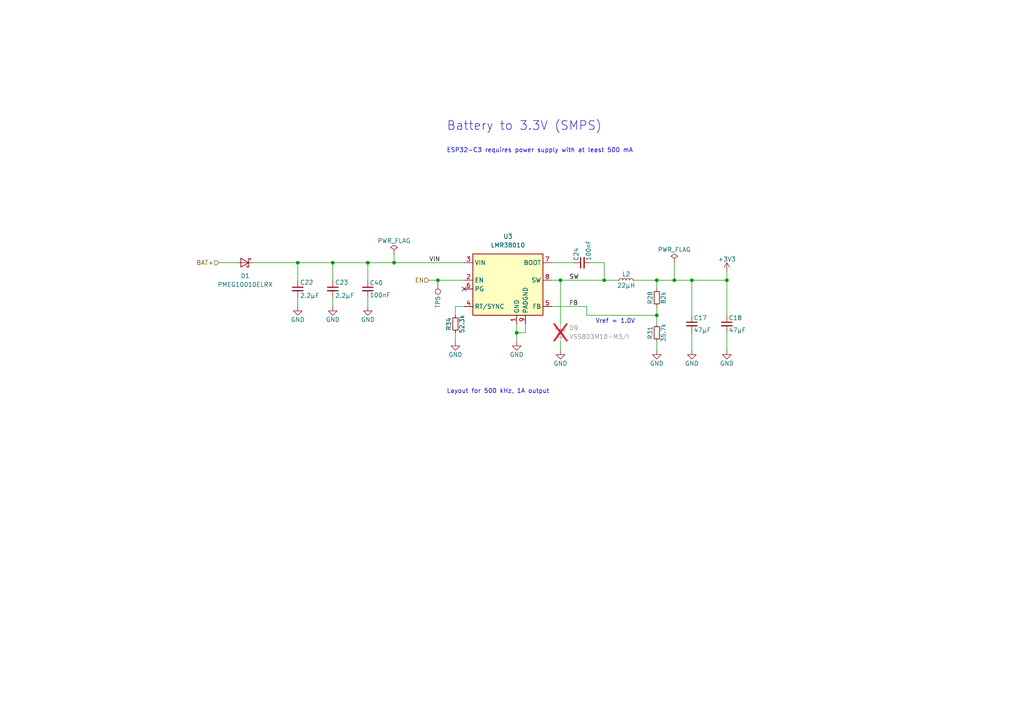
<source format=kicad_sch>
(kicad_sch (version 20231120) (generator "eeschema") (generator_version "8.0")
  (paper "A4")
  (title_block (title "Libre Solar BMS C1") (date "2024-03-17") (rev "0.4.1") (company "Libre Solar Technologies GmbH") (comment 1 "Website: https://libre.solar") (comment 2 "Author: Martin Jäger") (comment 3 "License: CERN-OHL-W"))
  (lib_symbols
    (symbol "Connector:TestPoint" (pin_numbers hide) (pin_names (offset 0.762) hide)
      (property "Reference" "TP" (at 0 6.858 0))
      (property "Value" "TestPoint" (at 0 5.08 0))
      (symbol "TestPoint_0_1"
        (circle (center 0 3.302) (radius 0.762))
      )
      (symbol "TestPoint_1_1"
        (pin passive line (at 0 0 90) (length 2.54) (name "1") (number "1"))
      )
    )
    (symbol "Device:L_Small" (pin_numbers hide) (pin_names (offset 0.254) hide)
      (property "Reference" "L" (at 0.762 1.016 0))
      (property "Value" "L_Small" (at 0.762 -1.016 0))
      (symbol "L_Small_0_1"
        (arc (start 0 -2.032) (mid 0.5058 -1.524) (end 0 -1.016))
        (arc (start 0 -1.016) (mid 0.5058 -0.508) (end 0 0))
        (arc (start 0 0) (mid 0.5058 0.508) (end 0 1.016))
        (arc (start 0 1.016) (mid 0.5058 1.524) (end 0 2.032))
      )
      (symbol "L_Small_1_1"
        (pin passive line (at 0 2.54 270) (length 0.508) (name "~") (number "1"))
        (pin passive line (at 0 -2.54 90) (length 0.508) (name "~") (number "2"))
      )
    )
    (symbol "LibreSolar:C" (pin_numbers hide) (pin_names (offset 0.254) hide)
      (property "Reference" "C" (at 0.635 1.905 0))
      (property "Value" "C" (at 0.635 -1.905 0))
      (symbol "C_0_1"
        (polyline (pts (xy -1.524 -0.508) (xy 1.524 -0.508)) (stroke (width 0.3302)))
        (polyline (pts (xy -1.524 0.508) (xy 0 0.508) (xy 1.524 0.508)) (stroke (width 0.3048)))
      )
      (symbol "C_1_1"
        (pin passive line (at 0 2.54 270) (length 1.905) (name "~") (number "1"))
        (pin passive line (at 0 -2.54 90) (length 2.032) (name "~") (number "2"))
      )
    )
    (symbol "LibreSolar:D_Schottky" (pin_numbers hide) (pin_names (offset 0.254) hide)
      (property "Reference" "D" (at 0 2.54 0))
      (property "Value" "D_Schottky" (at 0 -2.54 0))
      (symbol "D_Schottky_0_1"
        (polyline (pts (xy -1.016 -1.27) (xy -1.016 1.27)) (stroke (width 0.2032)))
        (polyline (pts (xy 1.27 0) (xy -1.27 0)))
        (polyline (pts (xy -1.016 -1.27) (xy -1.524 -1.27) (xy -1.524 -0.762)) (stroke (width 0.2032)))
        (polyline (pts (xy -1.016 1.27) (xy -0.508 1.27) (xy -0.508 0.762)) (stroke (width 0.2032)))
        (polyline (pts (xy 1.27 -1.27) (xy -1.016 0) (xy 1.27 1.27) (xy 1.27 -1.27)) (stroke (width 0.2032)))
      )
      (symbol "D_Schottky_1_1"
        (pin passive line (at -2.54 0 0) (length 1.27) (name "K") (number "1"))
        (pin passive line (at 2.54 0 180) (length 1.27) (name "A") (number "2"))
      )
    )
    (symbol "LibreSolar:LMR38020"
      (property "Reference" "U" (at -10.16 8.89 0))
      (property "Value" "LMR38020" (at 10.16 8.89 0))
      (symbol "LMR38020_0_1"
        (rectangle (start -10.16 7.62) (end 10.16 -10.16) (stroke (width 0.254)) (fill (type background)))
      )
      (symbol "LMR38020_1_1"
        (pin power_in line (at 2.54 -12.7 90) (length 2.54) (name "GND") (number "1"))
        (pin input line (at -12.7 0 0) (length 2.54) (name "EN") (number "2"))
        (pin power_in line (at -12.7 5.08 0) (length 2.54) (name "VIN") (number "3"))
        (pin input line (at -12.7 -7.62 0) (length 2.54) (name "RT/SYNC") (number "4"))
        (pin input line (at 12.7 -7.62 180) (length 2.54) (name "FB") (number "5"))
        (pin output line (at -12.7 -2.54 0) (length 2.54) (name "PG") (number "6"))
        (pin input line (at 12.7 5.08 180) (length 2.54) (name "BOOT") (number "7"))
        (pin power_out line (at 12.7 0 180) (length 2.54) (name "SW") (number "8"))
        (pin power_in line (at 5.08 -12.7 90) (length 2.54) (name "PADGND") (number "9"))
      )
    )
    (symbol "LibreSolar:R" (pin_numbers hide) (pin_names (offset 0.254) hide)
      (property "Reference" "R" (at -1.905 0 90))
      (property "Value" "R" (at 1.905 0 90))
      (symbol "R_0_1"
        (rectangle (start -0.762 1.778) (end 0.762 -1.778) (stroke (width 0.2032)))
      )
      (symbol "R_1_1"
        (pin passive line (at 0 2.54 270) (length 0.762) (name "~") (number "1"))
        (pin passive line (at 0 -2.54 90) (length 0.762) (name "~") (number "2"))
      )
    )
    (symbol "power:+3.3V" (power) (pin_names (offset 0))
      (property "Value" "+3.3V" (at 0 3.556 0))
      (symbol "+3.3V_0_1"
        (polyline (pts (xy -0.762 1.27) (xy 0 2.54)))
        (polyline (pts (xy 0 0) (xy 0 2.54)))
        (polyline (pts (xy 0 2.54) (xy 0.762 1.27)))
      )
      (symbol "+3.3V_1_1"
        (pin power_in line (at 0 0 90) (length 0) hide (name "+3V3") (number "1"))
      )
    )
    (symbol "power:GND" (power) (pin_names (offset 0))
      (property "Value" "GND" (at 0 -3.81 0))
      (symbol "GND_0_1"
        (polyline (pts (xy 0 0) (xy 0 -1.27) (xy 1.27 -1.27) (xy 0 -2.54) (xy -1.27 -1.27) (xy 0 -1.27)))
      )
      (symbol "GND_1_1"
        (pin power_in line (at 0 0 270) (length 0) hide (name "GND") (number "1"))
      )
    )
    (symbol "power:PWR_FLAG" (power) (pin_numbers hide) (pin_names (offset 0) hide)
      (property "Value" "PWR_FLAG" (at 0 3.81 0))
      (symbol "PWR_FLAG_0_0"
        (pin power_out line (at 0 0 90) (length 0) (name "pwr") (number "1"))
      )
      (symbol "PWR_FLAG_0_1"
        (polyline (pts (xy 0 0) (xy 0 1.27) (xy -1.016 1.905) (xy 0 2.54) (xy 1.016 1.905) (xy 0 1.27)))
      )
    )
  )
  (junction (at 149.86 96.52))
  (junction (at 106.68 76.2))
  (junction (at 127 81.28))
  (junction (at 190.5 81.28) (diameter 0.9144))
  (junction (at 86.36 76.2) (diameter 0.9144))
  (junction (at 195.58 81.28))
  (junction (at 210.82 81.28) (diameter 0.9144))
  (junction (at 96.52 76.2) (diameter 0.9144))
  (junction (at 162.56 81.28))
  (junction (at 175.26 81.28) (diameter 0.9144))
  (junction (at 190.5 91.44) (diameter 0.9144))
  (junction (at 200.66 81.28) (diameter 0.9144))
  (junction (at 114.3 76.2) (diameter 0.9144))
  (no_connect (at 134.62 83.82))
  (wire (pts (xy 162.56 81.28) (xy 175.26 81.28)))
  (wire (pts (xy 184.15 81.28) (xy 190.5 81.28)))
  (wire (pts (xy 210.82 81.28) (xy 210.82 91.44)))
  (wire (pts (xy 162.56 99.06) (xy 162.56 101.6)))
  (wire (pts (xy 170.18 88.9) (xy 170.18 91.44)))
  (wire (pts (xy 86.36 76.2) (xy 86.36 81.28)))
  (wire (pts (xy 190.5 88.9) (xy 190.5 91.44)))
  (wire (pts (xy 200.66 81.28) (xy 210.82 81.28)))
  (wire (pts (xy 86.36 88.9) (xy 86.36 86.36)))
  (wire (pts (xy 210.82 78.74) (xy 210.82 81.28)))
  (wire (pts (xy 152.4 96.52) (xy 152.4 93.98)))
  (wire (pts (xy 210.82 96.52) (xy 210.82 101.6)))
  (wire (pts (xy 106.68 76.2) (xy 106.68 81.28)))
  (wire (pts (xy 132.08 96.52) (xy 132.08 99.06)))
  (wire (pts (xy 132.08 91.44) (xy 132.08 88.9)))
  (wire (pts (xy 96.52 76.2) (xy 106.68 76.2)))
  (wire (pts (xy 106.68 86.36) (xy 106.68 88.9)))
  (wire (pts (xy 190.5 81.28) (xy 190.5 83.82)))
  (wire (pts (xy 195.58 76.2) (xy 195.58 81.28)))
  (wire (pts (xy 63.5 76.2) (xy 68.58 76.2)))
  (wire (pts (xy 114.3 76.2) (xy 134.62 76.2)))
  (wire (pts (xy 170.18 91.44) (xy 190.5 91.44)))
  (wire (pts (xy 171.45 76.2) (xy 175.26 76.2)))
  (wire (pts (xy 114.3 73.66) (xy 114.3 76.2)))
  (wire (pts (xy 96.52 81.28) (xy 96.52 76.2)))
  (wire (pts (xy 149.86 96.52) (xy 149.86 99.06)))
  (wire (pts (xy 96.52 88.9) (xy 96.52 86.36)))
  (wire (pts (xy 106.68 76.2) (xy 114.3 76.2)))
  (wire (pts (xy 190.5 81.28) (xy 195.58 81.28)))
  (wire (pts (xy 160.02 81.28) (xy 162.56 81.28)))
  (wire (pts (xy 149.86 96.52) (xy 152.4 96.52)))
  (wire (pts (xy 132.08 88.9) (xy 134.62 88.9)))
  (wire (pts (xy 175.26 81.28) (xy 179.07 81.28)))
  (wire (pts (xy 73.66 76.2) (xy 86.36 76.2)))
  (wire (pts (xy 160.02 88.9) (xy 170.18 88.9)))
  (wire (pts (xy 175.26 76.2) (xy 175.26 81.28)))
  (wire (pts (xy 200.66 81.28) (xy 200.66 91.44)))
  (wire (pts (xy 127 81.28) (xy 124.46 81.28)))
  (wire (pts (xy 195.58 81.28) (xy 200.66 81.28)))
  (wire (pts (xy 190.5 101.6) (xy 190.5 99.06)))
  (wire (pts (xy 134.62 81.28) (xy 127 81.28)))
  (wire (pts (xy 190.5 91.44) (xy 190.5 93.98)))
  (wire (pts (xy 162.56 81.28) (xy 162.56 93.98)))
  (wire (pts (xy 160.02 76.2) (xy 166.37 76.2)))
  (wire (pts (xy 86.36 76.2) (xy 96.52 76.2)))
  (wire (pts (xy 200.66 96.52) (xy 200.66 101.6)))
  (wire (pts (xy 149.86 93.98) (xy 149.86 96.52)))
  (text "ESP32-C3 requires power supply with at least 500 mA" (at 129.54 44.45 0) (effects (font (size 1.27 1.27)) (justify left bottom)))
  (text "Layout for 500 kHz, 1A output" (at 129.54 114.3 0) (effects (font (size 1.27 1.27)) (justify left bottom)))
  (text "Battery to 3.3V (SMPS)" (at 129.54 38.1 0) (effects (font (size 2.54 2.54)) (justify left bottom)))
  (text "Vref = 1.0V" (at 172.72 93.98 0) (effects (font (size 1.27 1.27)) (justify left bottom)))
  (label "SW" (at 165.1 81.28 0))
  (label "VIN" (at 124.46 76.2 0))
  (label "FB" (at 165.1 88.9 0))
  (hierarchical_label "EN" (shape input) (at 124.46 81.28 180))
  (hierarchical_label "BAT+" (shape input) (at 63.5 76.2 180))
  (symbol (lib_id "power:GND") (at 210.82 101.6 0) (unit 1)
    (property "Reference" "#PWR0121" (effects (hide yes)))
    (property "Value" "GND" (at 210.82 105.41 0))
  )
  (symbol (lib_id "power:GND") (at 200.66 101.6 0) (unit 1)
    (property "Reference" "#PWR0122" (effects (hide yes)))
    (property "Value" "GND" (at 200.66 105.41 0))
  )
  (symbol (lib_id "power:GND") (at 190.5 101.6 0) (unit 1)
    (property "Reference" "#PWR0123" (effects (hide yes)))
    (property "Value" "GND" (at 190.5 105.41 0))
  )
  (symbol (lib_id "power:GND") (at 96.52 88.9 0) (unit 1)
    (property "Reference" "#PWR0125" (effects (hide yes)))
    (property "Value" "GND" (at 96.52 92.71 0))
  )
  (symbol (lib_id "power:GND") (at 106.68 88.9 0) (unit 1)
    (property "Reference" "#PWR0126" (effects (hide yes)))
    (property "Value" "GND" (at 106.68 92.71 0))
  )
  (symbol (lib_id "power:GND") (at 86.36 88.9 0) (unit 1)
    (property "Reference" "#PWR0127" (effects (hide yes)))
    (property "Value" "GND" (at 86.36 92.71 0))
  )
  (symbol (lib_id "LibreSolar:R") (at 190.5 96.52 0) (unit 1)
    (property "Reference" "R31" (at 188.595 96.52 90))
    (property "Value" "35.7k" (at 192.405 96.52 90))
    (property "Footprint" "LibreSolar:R_0603_1608" (effects (hide yes)))
    (property "Manufacturer" "Yageo" (effects (hide yes)))
    (property "PartNumber" "RC0603FR-0735K7L" (effects (hide yes)))
  )
  (symbol (lib_id "LibreSolar:C") (at 210.82 93.98 0) (unit 1)
    (property "Reference" "C18" (at 211.328 92.202 0) (effects (justify left)))
    (property "Value" "47µF" (at 211.328 95.758 0) (effects (justify left)))
    (property "Footprint" "LibreSolar:C_1210_3225" (effects (hide yes)))
    (property "Manufacturer" "Samsung Electro-Mechanics" (effects (hide yes)))
    (property "PartNumber" "CL32B476MPJNNNE" (effects (hide yes)))
    (property "Remarks" "min. 10V, X5R" (effects (hide yes)))
    (property "LCSC" "C525654" (effects (hide yes)))
  )
  (symbol (lib_id "LibreSolar:C") (at 200.66 93.98 0) (unit 1)
    (property "Reference" "C17" (at 201.168 92.202 0) (effects (justify left)))
    (property "Value" "47µF" (at 201.168 95.758 0) (effects (justify left)))
    (property "Footprint" "LibreSolar:C_1210_3225" (effects (hide yes)))
    (property "Manufacturer" "Samsung Electro-Mechanics" (effects (hide yes)))
    (property "PartNumber" "CL32B476MPJNNNE" (effects (hide yes)))
    (property "Remarks" "min. 10V, X5R" (effects (hide yes)))
    (property "LCSC" "C525654" (effects (hide yes)))
  )
  (symbol (lib_id "LibreSolar:R") (at 190.5 86.36 0) (unit 1)
    (property "Reference" "R28" (at 188.595 86.36 90))
    (property "Value" "82k" (at 192.405 86.36 90))
    (property "Footprint" "LibreSolar:R_0603_1608" (effects (hide yes)))
    (property "Manufacturer" "Yageo" (effects (hide yes)))
    (property "PartNumber" "RC0603FR-0782KL" (effects (hide yes)))
  )
  (symbol (lib_id "LibreSolar:C") (at 168.91 76.2 90) (unit 1)
    (property "Reference" "C24" (at 167.132 75.692 0) (effects (justify left)))
    (property "Value" "100nF" (at 170.688 75.692 0) (effects (justify left)))
    (property "Footprint" "LibreSolar:C_0603_1608" (effects (hide yes)))
    (property "Manufacturer" "Samsung Electro-Mechanics" (effects (hide yes)))
    (property "PartNumber" "CL10B104KC8NNNC" (effects (hide yes)))
    (property "Remarks" "min. 100V, X7R" (effects (hide yes)))
    (property "LCSC" "C15725" (effects (hide yes)))
  )
  (symbol (lib_id "LibreSolar:C") (at 96.52 83.82 0) (unit 1)
    (property "Reference" "C23" (at 97.155 81.915 0) (effects (justify left)))
    (property "Value" "2.2µF" (at 97.155 85.725 0) (effects (justify left)))
    (property "Footprint" "LibreSolar:C_1210_3225" (effects (hide yes)))
    (property "Remarks" "min. 100V, X5R" (effects (hide yes)))
    (property "Manufacturer" "Samsung Electro-Mechanics" (effects (hide yes)))
    (property "LCSC" "C55151" (effects (hide yes)))
    (property "PartNumber" "CL32B225KCJSNNE" (effects (hide yes)))
  )
  (symbol (lib_id "Device:L_Small") (at 181.61 81.28 90) (unit 1)
    (property "Reference" "L2" (at 181.61 79.502 90))
    (property "Value" "22µH" (at 181.61 82.804 90))
    (property "Footprint" "LibreSolar:Bourns_SRN8040TA" (effects (hide yes)))
    (property "Manufacturer" "Bourns" (effects (hide yes)))
    (property "PartNumber" "SRN8040-220M" (effects (hide yes)))
    (property "Remarks" "Alternative: Tayo Yuden NR8040T220M" (effects (hide yes)))
    (property "LCSC" "C92946" (effects (hide yes)))
  )
  (symbol (lib_id "power:PWR_FLAG") (at 114.3 73.66 0) (unit 1)
    (property "Reference" "#FLG0101" (effects (hide yes)))
    (property "Value" "PWR_FLAG" (at 114.3 69.85 0))
  )
  (symbol (lib_id "Connector:TestPoint") (at 127 81.28 180) (unit 1)
    (property "Reference" "TP5" (at 127 87.63 90))
    (property "Value" "TestPoint" (effects (hide yes)))
    (property "Footprint" "TestPoint:TestPoint_Pad_D1.5mm" (effects (hide yes)))
  )
  (symbol (lib_id "LibreSolar:C") (at 86.36 83.82 0) (unit 1)
    (property "Reference" "C22" (at 86.995 81.915 0) (effects (justify left)))
    (property "Value" "2.2µF" (at 86.995 85.725 0) (effects (justify left)))
    (property "Footprint" "LibreSolar:C_1210_3225" (effects (hide yes)))
    (property "Manufacturer" "Samsung Electro-Mechanics" (effects (hide yes)))
    (property "PartNumber" "CL32B225KCJSNNE" (effects (hide yes)))
    (property "Remarks" "min. 100V, X5R" (effects (hide yes)))
    (property "LCSC" "C55151" (effects (hide yes)))
  )
  (symbol (lib_id "power:+3.3V") (at 210.82 78.74 0) (unit 1)
    (property "Reference" "#PWR0144" (effects (hide yes)))
    (property "Value" "+3V3" (at 210.82 75.184 0))
  )
  (symbol (lib_id "power:GND") (at 149.86 99.06 0) (unit 1)
    (property "Reference" "#PWR0128" (effects (hide yes)))
    (property "Value" "GND" (at 149.86 102.87 0))
  )
  (symbol (lib_id "power:PWR_FLAG") (at 195.58 76.2 0) (unit 1)
    (property "Reference" "#FLG0102" (effects (hide yes)))
    (property "Value" "PWR_FLAG" (at 195.58 72.39 0))
  )
  (symbol (lib_id "LibreSolar:C") (at 106.68 83.82 0) (unit 1)
    (property "Reference" "C40" (at 107.188 82.042 0) (effects (justify left)))
    (property "Value" "100nF" (at 107.188 85.598 0) (effects (justify left)))
    (property "Footprint" "LibreSolar:C_0603_1608" (effects (hide yes)))
    (property "Remarks" "min. 100V, X7R" (effects (hide yes)))
    (property "Manufacturer" "Samsung Electro-Mechanics" (effects (hide yes)))
    (property "LCSC" "C15725" (effects (hide yes)))
    (property "PartNumber" "CL10B104KC8NNNC" (effects (hide yes)))
  )
  (symbol (lib_id "LibreSolar:D_Schottky") (at 162.56 96.52 270) (unit 1) (in_bom no) (dnp yes)
    (property "Reference" "D9" (at 165.1 95.1229 90) (effects (justify left)))
    (property "Value" "VSS8D3M10-M3/I" (at 165.1 97.6629 90) (effects (justify left)))
    (property "Footprint" "Diode_SMD:D_SOD-128" (effects (hide yes)))
    (property "Manufacturer" "Vishay" (effects (hide yes)))
    (property "PartNumber" "VSS8D3M10-M3/H" (effects (hide yes)))
    (property "Remarks" "Alternative: Nexperia PMEG10030ELPX" (effects (hide yes)))
    (property "LCSC" "C3760174" (effects (hide yes)))
  )
  (symbol (lib_id "power:GND") (at 132.08 99.06 0) (unit 1)
    (property "Reference" "#PWR0133" (effects (hide yes)))
    (property "Value" "GND" (at 132.08 102.87 0))
  )
  (symbol (lib_id "LibreSolar:LMR38020") (at 147.32 81.28 0) (unit 1)
    (property "Reference" "U3" (at 147.32 68.58 0))
    (property "Value" "LMR38010" (at 147.32 71.12 0))
    (property "Footprint" "LibreSolar:SOIC-8-1EP_3.9x4.9mm_P1.27mm_EP2.4x3.1mm_ThermalVias" (effects (hide yes)))
    (property "Datasheet" "https://www.ti.com/lit/ds/symlink/lmr38010.pdf" (effects (hide yes)))
    (property "Manufacturer" "Texas Instruments" (effects (hide yes)))
    (property "PartNumber" "LMR38010SDDAR" (effects (hide yes)))
    (property "Remarks" "Alternative: LMR38020SDDAR" (effects (hide yes)))
    (property "LCSC" "C3192337" (effects (hide yes)))
  )
  (symbol (lib_id "power:GND") (at 162.56 101.6 0) (unit 1)
    (property "Reference" "#PWR05" (effects (hide yes)))
    (property "Value" "GND" (at 162.56 105.41 0))
  )
  (symbol (lib_id "LibreSolar:R") (at 132.08 93.98 0) (unit 1)
    (property "Reference" "R34" (at 130.175 93.98 90))
    (property "Value" "52.3k" (at 133.985 93.98 90))
    (property "Footprint" "LibreSolar:R_0603_1608" (effects (hide yes)))
    (property "Manufacturer" "Yageo" (effects (hide yes)))
    (property "PartNumber" "RC0603FR-0752K3L" (effects (hide yes)))
  )
  (symbol (lib_id "LibreSolar:D_Schottky") (at 71.12 76.2 180) (unit 1)
    (property "Reference" "D1" (at 71.12 80.01 0))
    (property "Value" "PMEG10010ELRX" (at 71.12 82.55 0))
    (property "Footprint" "LibreSolar:D_SOD-123F" (effects (hide yes)))
    (property "Manufacturer" "Nexperia" (effects (hide yes)))
    (property "PartNumber" "PMEG10010ELRX" (effects (hide yes)))
    (property "Remarks" "Alternative: Nexperia PMEG10030ELPX" (effects (hide yes)))
    (property "LCSC" "C179426" (effects (hide yes)))
  )
)
</source>
